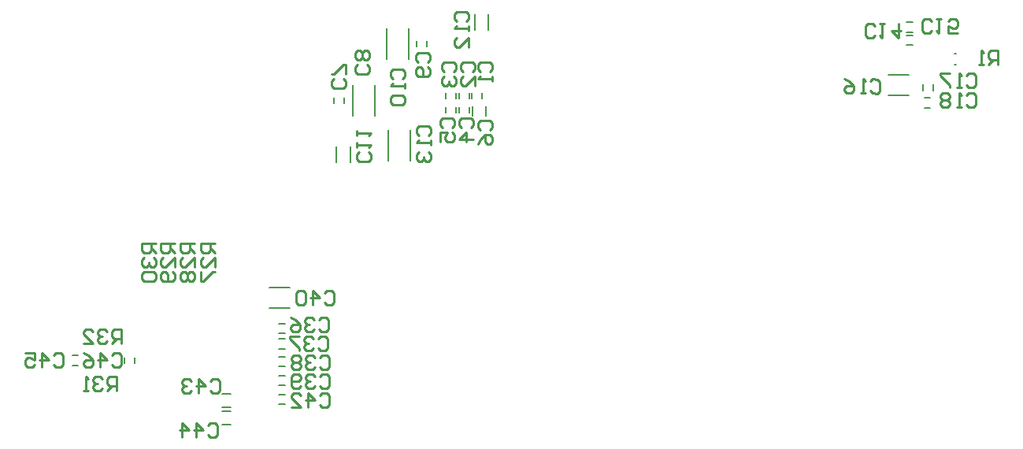
<source format=gbr>
%TF.GenerationSoftware,Altium Limited,Altium Designer,24.1.2 (44)*%
G04 Layer_Color=32896*
%FSLAX45Y45*%
%MOMM*%
%TF.SameCoordinates,57B3B6A3-E825-4013-9261-08072AB09D51*%
%TF.FilePolarity,Positive*%
%TF.FileFunction,Legend,Bot*%
%TF.Part,Single*%
G01*
G75*
%TA.AperFunction,NonConductor*%
%ADD64C,0.20000*%
%ADD67C,0.25400*%
D64*
X8664910Y7668096D02*
Y7998716D01*
X8429290Y7668096D02*
Y7998716D01*
X8747100Y7804400D02*
Y7867400D01*
X8855100Y7804400D02*
Y7867400D01*
X8060990Y7060990D02*
Y7391610D01*
X8296610Y7060990D02*
Y7391610D01*
X7966100Y7194800D02*
Y7257800D01*
X7858100Y7194800D02*
Y7257800D01*
X7887900Y6561100D02*
Y6731100D01*
X8037900Y6561100D02*
Y6731100D01*
X8441990Y6580884D02*
Y6911504D01*
X8677610Y6580884D02*
Y6911504D01*
X9350900Y7060100D02*
Y7160100D01*
X9495900Y7060100D02*
Y7160100D01*
X9452000Y7247250D02*
Y7310250D01*
X9344000Y7247250D02*
Y7310250D01*
X9312300Y7245600D02*
Y7308600D01*
X9204300Y7245600D02*
Y7308600D01*
X9172600Y7245600D02*
Y7308600D01*
X9064600Y7245600D02*
Y7308600D01*
Y7091550D02*
Y7154550D01*
X9172600Y7091550D02*
Y7154550D01*
X9204300Y7094850D02*
Y7157850D01*
X9312300Y7094850D02*
Y7157850D01*
X9523800Y7979500D02*
Y8149500D01*
X9373800Y7979500D02*
Y8149500D01*
X7167100Y5212900D02*
X7387100D01*
X7167633Y4997134D02*
X7387633D01*
X7271000Y4067200D02*
X7334000D01*
X7271000Y3959200D02*
X7334000D01*
X7269350Y4473600D02*
X7332350D01*
X7269350Y4365600D02*
X7332350D01*
X7269350Y4664100D02*
X7332350D01*
X7269350Y4556100D02*
X7332350D01*
X7269350Y4829200D02*
X7332350D01*
X7269350Y4721200D02*
X7332350D01*
X7269350Y4270400D02*
X7332350D01*
X7269350Y4162400D02*
X7332350D01*
X6653700Y3882500D02*
X6753700D01*
X6653700Y3737500D02*
X6753700D01*
X6653700Y4073000D02*
X6753700D01*
X6653700Y3928000D02*
X6753700D01*
X5048500Y4378300D02*
X5111500D01*
X5048500Y4486300D02*
X5111500D01*
X5610200Y4400800D02*
Y4463800D01*
X5718200Y4400800D02*
Y4463800D01*
X14529900Y7608300D02*
X14549899D01*
X14529900Y7733300D02*
X14549899D01*
X13822568Y7499666D02*
X14042567D01*
X13823100Y7283900D02*
X14043100D01*
X14016350Y7959700D02*
X14079350D01*
X14016350Y8067700D02*
X14079350D01*
X14016350Y7820000D02*
X14079350D01*
X14016350Y7928000D02*
X14079350D01*
X14206850Y7254900D02*
X14269850D01*
X14206850Y7146900D02*
X14269850D01*
X14195399Y7332850D02*
Y7395850D01*
X14303400Y7332850D02*
Y7395850D01*
D67*
X14655771Y7277084D02*
X14681161Y7302476D01*
X14731946Y7302477D01*
X14757338Y7277085D01*
X14757339Y7175518D01*
X14731947Y7150126D01*
X14681165Y7150126D01*
X14655772Y7175517D01*
X14604988Y7150125D02*
X14554205Y7150124D01*
X14579596Y7150125D01*
X14579594Y7302475D01*
X14604987Y7277084D01*
X14478027Y7277082D02*
X14452637Y7302474D01*
X14401852Y7302474D01*
X14376460Y7277081D01*
X14376460Y7251690D01*
X14401852Y7226298D01*
X14376462Y7200906D01*
X14376462Y7175514D01*
X14401854Y7150123D01*
X14452638Y7150123D01*
X14478029Y7175515D01*
X14478029Y7200907D01*
X14452637Y7226299D01*
X14478027Y7251691D01*
X14478027Y7277082D01*
X14452637Y7226299D02*
X14401852Y7226298D01*
X5575234Y4610125D02*
Y4762475D01*
X5499059D01*
X5473667Y4737083D01*
Y4686300D01*
X5499059Y4660908D01*
X5575234D01*
X5524451D02*
X5473667Y4610125D01*
X5422883Y4737083D02*
X5397492Y4762475D01*
X5346708D01*
X5321316Y4737083D01*
Y4711692D01*
X5346708Y4686300D01*
X5372100D01*
X5346708D01*
X5321316Y4660908D01*
Y4635517D01*
X5346708Y4610125D01*
X5397492D01*
X5422883Y4635517D01*
X5168966Y4610125D02*
X5270533D01*
X5168966Y4711692D01*
Y4737083D01*
X5194357Y4762475D01*
X5245141D01*
X5270533Y4737083D01*
X5524442Y4102125D02*
Y4254475D01*
X5448267D01*
X5422875Y4229083D01*
Y4178300D01*
X5448267Y4152908D01*
X5524442D01*
X5473659D02*
X5422875Y4102125D01*
X5372092Y4229083D02*
X5346700Y4254475D01*
X5295916D01*
X5270524Y4229083D01*
Y4203692D01*
X5295916Y4178300D01*
X5321308D01*
X5295916D01*
X5270524Y4152908D01*
Y4127517D01*
X5295916Y4102125D01*
X5346700D01*
X5372092Y4127517D01*
X5219741Y4102125D02*
X5168957D01*
X5194349D01*
Y4254475D01*
X5219741Y4229083D01*
X5943575Y5689534D02*
X5791224D01*
Y5613359D01*
X5816616Y5587967D01*
X5867400D01*
X5892792Y5613359D01*
Y5689534D01*
Y5638750D02*
X5943575Y5587967D01*
X5816616Y5537183D02*
X5791224Y5511791D01*
Y5461008D01*
X5816616Y5435616D01*
X5842008D01*
X5867400Y5461008D01*
Y5486400D01*
Y5461008D01*
X5892792Y5435616D01*
X5918183D01*
X5943575Y5461008D01*
Y5511791D01*
X5918183Y5537183D01*
X5816616Y5384833D02*
X5791224Y5359441D01*
Y5308657D01*
X5816616Y5283265D01*
X5918183D01*
X5943575Y5308657D01*
Y5359441D01*
X5918183Y5384833D01*
X5816616D01*
X6146775Y5689534D02*
X5994424D01*
Y5613359D01*
X6019816Y5587967D01*
X6070600D01*
X6095992Y5613359D01*
Y5689534D01*
Y5638750D02*
X6146775Y5587967D01*
Y5435616D02*
Y5537183D01*
X6045208Y5435616D01*
X6019816D01*
X5994424Y5461008D01*
Y5511791D01*
X6019816Y5537183D01*
X6121383Y5384833D02*
X6146775Y5359441D01*
Y5308657D01*
X6121383Y5283265D01*
X6019816D01*
X5994424Y5308657D01*
Y5359441D01*
X6019816Y5384833D01*
X6045208D01*
X6070600Y5359441D01*
Y5283265D01*
X6362675Y5689534D02*
X6210324D01*
Y5613359D01*
X6235716Y5587967D01*
X6286500D01*
X6311892Y5613359D01*
Y5689534D01*
Y5638750D02*
X6362675Y5587967D01*
Y5435616D02*
Y5537183D01*
X6261108Y5435616D01*
X6235716D01*
X6210324Y5461008D01*
Y5511791D01*
X6235716Y5537183D01*
Y5384833D02*
X6210324Y5359441D01*
Y5308657D01*
X6235716Y5283265D01*
X6261108D01*
X6286500Y5308657D01*
X6311892Y5283265D01*
X6337283D01*
X6362675Y5308657D01*
Y5359441D01*
X6337283Y5384833D01*
X6311892D01*
X6286500Y5359441D01*
X6261108Y5384833D01*
X6235716D01*
X6286500Y5359441D02*
Y5308657D01*
X6578575Y5689534D02*
X6426224D01*
Y5613359D01*
X6451616Y5587967D01*
X6502400D01*
X6527792Y5613359D01*
Y5689534D01*
Y5638750D02*
X6578575Y5587967D01*
Y5435616D02*
Y5537183D01*
X6477008Y5435616D01*
X6451616D01*
X6426224Y5461008D01*
Y5511791D01*
X6451616Y5537183D01*
X6426224Y5384833D02*
Y5283265D01*
X6451616D01*
X6553183Y5384833D01*
X6578575D01*
X14998669Y7607328D02*
X14998663Y7759679D01*
X14922488Y7759676D01*
X14897098Y7734283D01*
X14897099Y7683500D01*
X14922491Y7658109D01*
X14998668Y7658111D01*
X14947884Y7658110D02*
X14897102Y7607325D01*
X14846320Y7607323D02*
X14795535Y7607321D01*
X14820927Y7607322D01*
X14820921Y7759673D01*
X14846315Y7734282D01*
X5473667Y4483083D02*
X5499059Y4508475D01*
X5549842D01*
X5575234Y4483083D01*
Y4381517D01*
X5549842Y4356125D01*
X5499059D01*
X5473667Y4381517D01*
X5346708Y4356125D02*
Y4508475D01*
X5422883Y4432300D01*
X5321316D01*
X5168966Y4508475D02*
X5219749Y4483083D01*
X5270533Y4432300D01*
Y4381517D01*
X5245141Y4356125D01*
X5194357D01*
X5168966Y4381517D01*
Y4406908D01*
X5194357Y4432300D01*
X5270533D01*
X4849717Y4483083D02*
X4875109Y4508475D01*
X4925892D01*
X4951284Y4483083D01*
Y4381517D01*
X4925892Y4356125D01*
X4875109D01*
X4849717Y4381517D01*
X4722758Y4356125D02*
Y4508475D01*
X4798934Y4432300D01*
X4697366D01*
X4545016Y4508475D02*
X4646583D01*
Y4432300D01*
X4595799Y4457692D01*
X4570407D01*
X4545016Y4432300D01*
Y4381517D01*
X4570407Y4356125D01*
X4621191D01*
X4646583Y4381517D01*
X6502367Y3733783D02*
X6527759Y3759175D01*
X6578542D01*
X6603934Y3733783D01*
Y3632217D01*
X6578542Y3606825D01*
X6527759D01*
X6502367Y3632217D01*
X6375408Y3606825D02*
Y3759175D01*
X6451583Y3683000D01*
X6350016D01*
X6223057Y3606825D02*
Y3759175D01*
X6299233Y3683000D01*
X6197666D01*
X6527767Y4203683D02*
X6553159Y4229075D01*
X6603942D01*
X6629334Y4203683D01*
Y4102117D01*
X6603942Y4076725D01*
X6553159D01*
X6527767Y4102117D01*
X6400808Y4076725D02*
Y4229075D01*
X6476983Y4152900D01*
X6375416D01*
X6324633Y4203683D02*
X6299241Y4229075D01*
X6248457D01*
X6223066Y4203683D01*
Y4178292D01*
X6248457Y4152900D01*
X6273849D01*
X6248457D01*
X6223066Y4127508D01*
Y4102117D01*
X6248457Y4076725D01*
X6299241D01*
X6324633Y4102117D01*
X7707217Y4051283D02*
X7732609Y4076675D01*
X7783392D01*
X7808784Y4051283D01*
Y3949717D01*
X7783392Y3924325D01*
X7732609D01*
X7707217Y3949717D01*
X7580258Y3924325D02*
Y4076675D01*
X7656434Y4000500D01*
X7554866D01*
X7402516Y3924325D02*
X7504083D01*
X7402516Y4025892D01*
Y4051283D01*
X7427907Y4076675D01*
X7478691D01*
X7504083Y4051283D01*
X7759667Y5156183D02*
X7785059Y5181575D01*
X7835842D01*
X7861234Y5156183D01*
Y5054617D01*
X7835842Y5029225D01*
X7785059D01*
X7759667Y5054617D01*
X7632708Y5029225D02*
Y5181575D01*
X7708883Y5105400D01*
X7607316D01*
X7556533Y5156183D02*
X7531141Y5181575D01*
X7480357D01*
X7454966Y5156183D01*
Y5054617D01*
X7480357Y5029225D01*
X7531141D01*
X7556533Y5054617D01*
Y5156183D01*
X7707217Y4254483D02*
X7732609Y4279875D01*
X7783392D01*
X7808784Y4254483D01*
Y4152917D01*
X7783392Y4127525D01*
X7732609D01*
X7707217Y4152917D01*
X7656434Y4254483D02*
X7631042Y4279875D01*
X7580258D01*
X7554866Y4254483D01*
Y4229092D01*
X7580258Y4203700D01*
X7605650D01*
X7580258D01*
X7554866Y4178308D01*
Y4152917D01*
X7580258Y4127525D01*
X7631042D01*
X7656434Y4152917D01*
X7504083D02*
X7478691Y4127525D01*
X7427907D01*
X7402516Y4152917D01*
Y4254483D01*
X7427907Y4279875D01*
X7478691D01*
X7504083Y4254483D01*
Y4229092D01*
X7478691Y4203700D01*
X7402516D01*
X7707217Y4457683D02*
X7732609Y4483075D01*
X7783392D01*
X7808784Y4457683D01*
Y4356117D01*
X7783392Y4330725D01*
X7732609D01*
X7707217Y4356117D01*
X7656434Y4457683D02*
X7631042Y4483075D01*
X7580258D01*
X7554866Y4457683D01*
Y4432292D01*
X7580258Y4406900D01*
X7605650D01*
X7580258D01*
X7554866Y4381508D01*
Y4356117D01*
X7580258Y4330725D01*
X7631042D01*
X7656434Y4356117D01*
X7504083Y4457683D02*
X7478691Y4483075D01*
X7427907D01*
X7402516Y4457683D01*
Y4432292D01*
X7427907Y4406900D01*
X7402516Y4381508D01*
Y4356117D01*
X7427907Y4330725D01*
X7478691D01*
X7504083Y4356117D01*
Y4381508D01*
X7478691Y4406900D01*
X7504083Y4432292D01*
Y4457683D01*
X7478691Y4406900D02*
X7427907D01*
X7694517Y4660883D02*
X7719909Y4686275D01*
X7770692D01*
X7796084Y4660883D01*
Y4559317D01*
X7770692Y4533925D01*
X7719909D01*
X7694517Y4559317D01*
X7643734Y4660883D02*
X7618342Y4686275D01*
X7567558D01*
X7542166Y4660883D01*
Y4635492D01*
X7567558Y4610100D01*
X7592950D01*
X7567558D01*
X7542166Y4584708D01*
Y4559317D01*
X7567558Y4533925D01*
X7618342D01*
X7643734Y4559317D01*
X7491383Y4686275D02*
X7389816D01*
Y4660883D01*
X7491383Y4559317D01*
Y4533925D01*
X7696167Y4864083D02*
X7721559Y4889475D01*
X7772342D01*
X7797734Y4864083D01*
Y4762517D01*
X7772342Y4737125D01*
X7721559D01*
X7696167Y4762517D01*
X7645383Y4864083D02*
X7619992Y4889475D01*
X7569208D01*
X7543816Y4864083D01*
Y4838692D01*
X7569208Y4813300D01*
X7594600D01*
X7569208D01*
X7543816Y4787908D01*
Y4762517D01*
X7569208Y4737125D01*
X7619992D01*
X7645383Y4762517D01*
X7391466Y4889475D02*
X7442249Y4864083D01*
X7493033Y4813300D01*
Y4762517D01*
X7467641Y4737125D01*
X7416857D01*
X7391466Y4762517D01*
Y4787908D01*
X7416857Y4813300D01*
X7493033D01*
X14655956Y7492660D02*
X14681439Y7517960D01*
X14732222Y7517776D01*
X14757521Y7492292D01*
X14757153Y7390725D01*
X14731670Y7365426D01*
X14680885Y7365610D01*
X14655586Y7391094D01*
X14604710Y7365887D02*
X14553928Y7366071D01*
X14579318Y7365979D01*
X14579872Y7518329D01*
X14605173Y7492845D01*
X14478307Y7518697D02*
X14376740Y7519066D01*
X14376646Y7493675D01*
X14477844Y7391739D01*
X14477753Y7366348D01*
X13627295Y7429089D02*
X13652798Y7454369D01*
X13703581Y7454144D01*
X13728860Y7428639D01*
X13728410Y7327073D01*
X13702907Y7301794D01*
X13652124Y7302019D01*
X13626845Y7327523D01*
X13575951Y7302357D02*
X13525166Y7302582D01*
X13550558Y7302469D01*
X13551233Y7454818D01*
X13576512Y7429314D01*
X13348100Y7455718D02*
X13398772Y7430102D01*
X13449329Y7379094D01*
X13449104Y7328311D01*
X13423601Y7303032D01*
X13372818Y7303256D01*
X13347539Y7328761D01*
X13347652Y7354152D01*
X13373155Y7379431D01*
X13449329Y7379094D01*
X14287529Y7975616D02*
X14262137Y7950224D01*
X14211354D01*
X14185962Y7975616D01*
Y8077183D01*
X14211354Y8102575D01*
X14262137D01*
X14287529Y8077183D01*
X14338312Y8102575D02*
X14389096D01*
X14363704D01*
Y7950224D01*
X14338312Y7975616D01*
X14566840Y7950224D02*
X14465271D01*
Y8026399D01*
X14516055Y8001008D01*
X14541447D01*
X14566840Y8026399D01*
Y8077183D01*
X14541447Y8102575D01*
X14490663D01*
X14465271Y8077183D01*
X13677930Y7924816D02*
X13652538Y7899424D01*
X13601755D01*
X13576363Y7924816D01*
Y8026383D01*
X13601755Y8051775D01*
X13652538D01*
X13677930Y8026383D01*
X13728712Y8051775D02*
X13779495D01*
X13754105D01*
Y7899424D01*
X13728712Y7924816D01*
X13931847Y8051775D02*
Y7899424D01*
X13855672Y7975599D01*
X13957239D01*
X8775717Y6845271D02*
X8750325Y6870663D01*
Y6921446D01*
X8775717Y6946838D01*
X8877283D01*
X8902675Y6921446D01*
Y6870663D01*
X8877283Y6845271D01*
X8902675Y6794488D02*
Y6743704D01*
Y6769096D01*
X8750325D01*
X8775717Y6794488D01*
Y6667529D02*
X8750325Y6642137D01*
Y6591353D01*
X8775717Y6565961D01*
X8801108D01*
X8826500Y6591353D01*
Y6616745D01*
Y6591353D01*
X8851892Y6565961D01*
X8877283D01*
X8902675Y6591353D01*
Y6642137D01*
X8877283Y6667529D01*
X9182117Y8077171D02*
X9156725Y8102563D01*
Y8153346D01*
X9182117Y8178738D01*
X9283683D01*
X9309075Y8153346D01*
Y8102563D01*
X9283683Y8077171D01*
X9309075Y8026388D02*
Y7975604D01*
Y8000996D01*
X9156725D01*
X9182117Y8026388D01*
X9309075Y7797861D02*
Y7899429D01*
X9207508Y7797861D01*
X9182117D01*
X9156725Y7823253D01*
Y7874037D01*
X9182117Y7899429D01*
X8229583Y6667521D02*
X8254975Y6642129D01*
Y6591345D01*
X8229583Y6565954D01*
X8128017D01*
X8102625Y6591345D01*
Y6642129D01*
X8128017Y6667521D01*
X8102625Y6718304D02*
Y6769088D01*
Y6743696D01*
X8254975D01*
X8229583Y6718304D01*
X8102625Y6845263D02*
Y6896047D01*
Y6870655D01*
X8254975D01*
X8229583Y6845263D01*
X8496317Y7454871D02*
X8470925Y7480263D01*
Y7531046D01*
X8496317Y7556438D01*
X8597883D01*
X8623275Y7531046D01*
Y7480263D01*
X8597883Y7454871D01*
X8623275Y7404088D02*
Y7353304D01*
Y7378696D01*
X8470925D01*
X8496317Y7404088D01*
Y7277129D02*
X8470925Y7251737D01*
Y7200953D01*
X8496317Y7175561D01*
X8597883D01*
X8623275Y7200953D01*
Y7251737D01*
X8597883Y7277129D01*
X8496317D01*
X8763017Y7634342D02*
X8737625Y7659733D01*
Y7710517D01*
X8763017Y7735909D01*
X8864583D01*
X8889975Y7710517D01*
Y7659733D01*
X8864583Y7634342D01*
Y7583558D02*
X8889975Y7558166D01*
Y7507383D01*
X8864583Y7481991D01*
X8763017D01*
X8737625Y7507383D01*
Y7558166D01*
X8763017Y7583558D01*
X8788408D01*
X8813800Y7558166D01*
Y7481991D01*
X8216883Y7607308D02*
X8242275Y7581917D01*
Y7531133D01*
X8216883Y7505741D01*
X8115317D01*
X8089925Y7531133D01*
Y7581917D01*
X8115317Y7607308D01*
X8216883Y7658092D02*
X8242275Y7683484D01*
Y7734267D01*
X8216883Y7759659D01*
X8191492D01*
X8166100Y7734267D01*
X8140708Y7759659D01*
X8115317D01*
X8089925Y7734267D01*
Y7683484D01*
X8115317Y7658092D01*
X8140708D01*
X8166100Y7683484D01*
X8191492Y7658092D01*
X8216883D01*
X8166100Y7683484D02*
Y7734267D01*
X7962883Y7454908D02*
X7988275Y7429517D01*
Y7378733D01*
X7962883Y7353341D01*
X7861317D01*
X7835925Y7378733D01*
Y7429517D01*
X7861317Y7454908D01*
X7988275Y7505692D02*
Y7607259D01*
X7962883D01*
X7861317Y7505692D01*
X7835925D01*
X9436117Y6908792D02*
X9410725Y6934183D01*
Y6984967D01*
X9436117Y7010359D01*
X9537683D01*
X9563075Y6984967D01*
Y6934183D01*
X9537683Y6908792D01*
X9410725Y6756441D02*
X9436117Y6807225D01*
X9486900Y6858008D01*
X9537683D01*
X9563075Y6832616D01*
Y6781833D01*
X9537683Y6756441D01*
X9512292D01*
X9486900Y6781833D01*
Y6858008D01*
X9029717Y6934192D02*
X9004325Y6959583D01*
Y7010367D01*
X9029717Y7035759D01*
X9131283D01*
X9156675Y7010367D01*
Y6959583D01*
X9131283Y6934192D01*
X9004325Y6781841D02*
Y6883408D01*
X9080500D01*
X9055108Y6832625D01*
Y6807233D01*
X9080500Y6781841D01*
X9131283D01*
X9156675Y6807233D01*
Y6858016D01*
X9131283Y6883408D01*
X9232917Y6934192D02*
X9207525Y6959583D01*
Y7010367D01*
X9232917Y7035759D01*
X9334483D01*
X9359875Y7010367D01*
Y6959583D01*
X9334483Y6934192D01*
X9359875Y6807233D02*
X9207525D01*
X9283700Y6883408D01*
Y6781841D01*
X9042417Y7531092D02*
X9017025Y7556483D01*
Y7607267D01*
X9042417Y7632659D01*
X9143983D01*
X9169375Y7607267D01*
Y7556483D01*
X9143983Y7531092D01*
X9042417Y7480308D02*
X9017025Y7454916D01*
Y7404133D01*
X9042417Y7378741D01*
X9067808D01*
X9093200Y7404133D01*
Y7429525D01*
Y7404133D01*
X9118592Y7378741D01*
X9143983D01*
X9169375Y7404133D01*
Y7454916D01*
X9143983Y7480308D01*
X9245617Y7531092D02*
X9220225Y7556483D01*
Y7607267D01*
X9245617Y7632659D01*
X9347183D01*
X9372575Y7607267D01*
Y7556483D01*
X9347183Y7531092D01*
X9372575Y7378741D02*
Y7480308D01*
X9271008Y7378741D01*
X9245617D01*
X9220225Y7404133D01*
Y7454916D01*
X9245617Y7480308D01*
X9436117Y7531100D02*
X9410725Y7556492D01*
Y7607275D01*
X9436117Y7632667D01*
X9537683D01*
X9563075Y7607275D01*
Y7556492D01*
X9537683Y7531100D01*
X9563075Y7480316D02*
Y7429533D01*
Y7454924D01*
X9410725D01*
X9436117Y7480316D01*
%TF.MD5,cacd7e0502163b14462f2760ca2c8248*%
M02*

</source>
